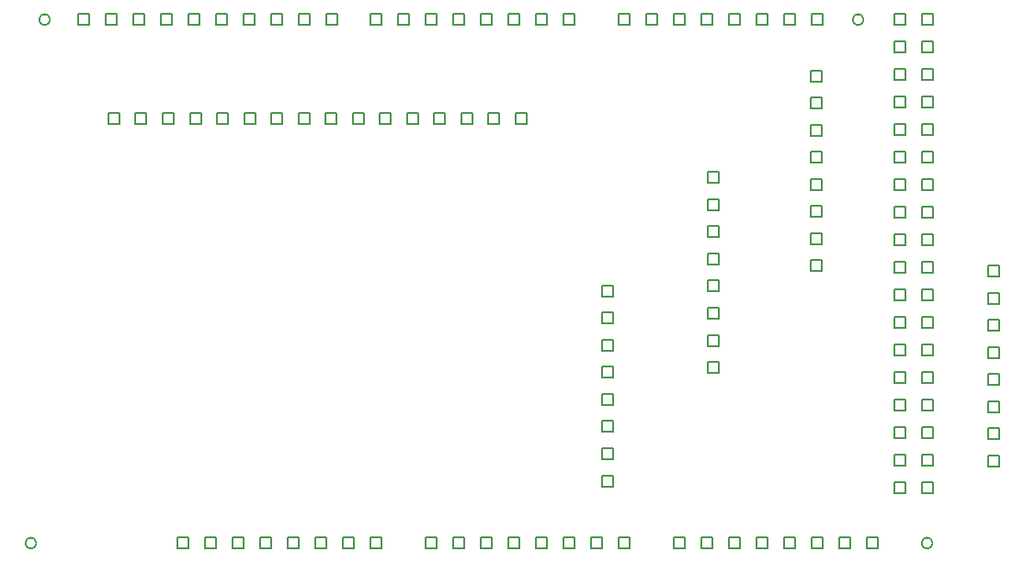
<source format=gbr>
%TF.GenerationSoftware,Altium Limited,Altium Designer,21.3.2 (30)*%
G04 Layer_Color=2752767*
%FSLAX45Y45*%
%MOMM*%
%TF.SameCoordinates,699C74A5-B4CE-432A-A201-728FBB0A9CBA*%
%TF.FilePolarity,Positive*%
%TF.FileFunction,Drawing*%
%TF.Part,Single*%
G01*
G75*
%TA.AperFunction,NonConductor*%
%ADD31C,0.12700*%
%ADD32C,0.16933*%
D31*
X3100900Y360700D02*
Y462300D01*
X3202500D01*
Y360700D01*
X3100900D01*
X3608900D02*
Y462300D01*
X3710500D01*
Y360700D01*
X3608900D01*
X3862900D02*
Y462300D01*
X3964500D01*
Y360700D01*
X3862900D01*
X4116900D02*
Y462300D01*
X4218500D01*
Y360700D01*
X4116900D01*
X4370900D02*
Y462300D01*
X4472500D01*
Y360700D01*
X4370900D01*
X4624900D02*
Y462300D01*
X4726500D01*
Y360700D01*
X4624900D01*
X4878900D02*
Y462300D01*
X4980500D01*
Y360700D01*
X4878900D01*
X5386900D02*
Y462300D01*
X5488500D01*
Y360700D01*
X5386900D01*
X5640900D02*
Y462300D01*
X5742500D01*
Y360700D01*
X5640900D01*
X5894900D02*
Y462300D01*
X5996500D01*
Y360700D01*
X5894900D01*
X6148900D02*
Y462300D01*
X6250500D01*
Y360700D01*
X6148900D01*
X6402900D02*
Y462300D01*
X6504500D01*
Y360700D01*
X6402900D01*
X6656900D02*
Y462300D01*
X6758500D01*
Y360700D01*
X6656900D01*
X6910900D02*
Y462300D01*
X7012500D01*
Y360700D01*
X6910900D01*
X7164900D02*
Y462300D01*
X7266500D01*
Y360700D01*
X7164900D01*
X8434900D02*
Y462300D01*
X8536500D01*
Y360700D01*
X8434900D01*
X3354900D02*
Y462300D01*
X3456500D01*
Y360700D01*
X3354900D01*
X7672900D02*
Y462300D01*
X7774500D01*
Y360700D01*
X7672900D01*
X7926900D02*
Y462300D01*
X8028500D01*
Y360700D01*
X7926900D01*
X8180900D02*
Y462300D01*
X8282500D01*
Y360700D01*
X8180900D01*
X8688900D02*
Y462300D01*
X8790500D01*
Y360700D01*
X8688900D01*
X8942900D02*
Y462300D01*
X9044500D01*
Y360700D01*
X8942900D01*
X9196900D02*
Y462300D01*
X9298500D01*
Y360700D01*
X9196900D01*
X9450900D02*
Y462300D01*
X9552500D01*
Y360700D01*
X9450900D01*
X9704900Y5186700D02*
Y5288300D01*
X9806500D01*
Y5186700D01*
X9704900D01*
X9958900D02*
Y5288300D01*
X10060500D01*
Y5186700D01*
X9958900D01*
X9704900Y4932700D02*
Y5034300D01*
X9806500D01*
Y4932700D01*
X9704900D01*
X9958900D02*
Y5034300D01*
X10060500D01*
Y4932700D01*
X9958900D01*
X9704900Y4678700D02*
Y4780300D01*
X9806500D01*
Y4678700D01*
X9704900D01*
X9958900D02*
Y4780300D01*
X10060500D01*
Y4678700D01*
X9958900D01*
X9704900Y4424700D02*
Y4526300D01*
X9806500D01*
Y4424700D01*
X9704900D01*
X9958900D02*
Y4526300D01*
X10060500D01*
Y4424700D01*
X9958900D01*
X9704900Y4170700D02*
Y4272300D01*
X9806500D01*
Y4170700D01*
X9704900D01*
X9958900D02*
Y4272300D01*
X10060500D01*
Y4170700D01*
X9958900D01*
X9704900Y3916700D02*
Y4018300D01*
X9806500D01*
Y3916700D01*
X9704900D01*
X9958900D02*
Y4018300D01*
X10060500D01*
Y3916700D01*
X9958900D01*
X9704900Y3662700D02*
Y3764300D01*
X9806500D01*
Y3662700D01*
X9704900D01*
X9958900D02*
Y3764300D01*
X10060500D01*
Y3662700D01*
X9958900D01*
X9704900Y3408700D02*
Y3510300D01*
X9806500D01*
Y3408700D01*
X9704900D01*
X9958900D02*
Y3510300D01*
X10060500D01*
Y3408700D01*
X9958900D01*
X9704900Y3154700D02*
Y3256300D01*
X9806500D01*
Y3154700D01*
X9704900D01*
X9958900D02*
Y3256300D01*
X10060500D01*
Y3154700D01*
X9958900D01*
X9704900Y2900700D02*
Y3002300D01*
X9806500D01*
Y2900700D01*
X9704900D01*
X9958900D02*
Y3002300D01*
X10060500D01*
Y2900700D01*
X9958900D01*
X9704900Y2646700D02*
Y2748300D01*
X9806500D01*
Y2646700D01*
X9704900D01*
X9958900D02*
Y2748300D01*
X10060500D01*
Y2646700D01*
X9958900D01*
X9704900Y2392700D02*
Y2494300D01*
X9806500D01*
Y2392700D01*
X9704900D01*
X9958900D02*
Y2494300D01*
X10060500D01*
Y2392700D01*
X9958900D01*
X9704900Y2138700D02*
Y2240300D01*
X9806500D01*
Y2138700D01*
X9704900D01*
X9958900D02*
Y2240300D01*
X10060500D01*
Y2138700D01*
X9958900D01*
X9704900Y1884700D02*
Y1986300D01*
X9806500D01*
Y1884700D01*
X9704900D01*
X9958900D02*
Y1986300D01*
X10060500D01*
Y1884700D01*
X9958900D01*
X9704900Y1630700D02*
Y1732300D01*
X9806500D01*
Y1630700D01*
X9704900D01*
X9958900D02*
Y1732300D01*
X10060500D01*
Y1630700D01*
X9958900D01*
X9704900Y1376700D02*
Y1478300D01*
X9806500D01*
Y1376700D01*
X9704900D01*
X9958900D02*
Y1478300D01*
X10060500D01*
Y1376700D01*
X9958900D01*
X9704900Y1122700D02*
Y1224300D01*
X9806500D01*
Y1122700D01*
X9704900D01*
Y868700D02*
Y970300D01*
X9806500D01*
Y868700D01*
X9704900D01*
X9958900D02*
Y970300D01*
X10060500D01*
Y868700D01*
X9958900D01*
X8942900Y5186700D02*
Y5288300D01*
X9044500D01*
Y5186700D01*
X8942900D01*
X8688900D02*
Y5288300D01*
X8790500D01*
Y5186700D01*
X8688900D01*
X8434900D02*
Y5288300D01*
X8536500D01*
Y5186700D01*
X8434900D01*
X8180900D02*
Y5288300D01*
X8282500D01*
Y5186700D01*
X8180900D01*
X7926900D02*
Y5288300D01*
X8028500D01*
Y5186700D01*
X7926900D01*
X7672900D02*
Y5288300D01*
X7774500D01*
Y5186700D01*
X7672900D01*
X7418900D02*
Y5288300D01*
X7520500D01*
Y5186700D01*
X7418900D01*
X7164900D02*
Y5288300D01*
X7266500D01*
Y5186700D01*
X7164900D01*
X6656900D02*
Y5288300D01*
X6758500D01*
Y5186700D01*
X6656900D01*
X6402900D02*
Y5288300D01*
X6504500D01*
Y5186700D01*
X6402900D01*
X6148900D02*
Y5288300D01*
X6250500D01*
Y5186700D01*
X6148900D01*
X5894900D02*
Y5288300D01*
X5996500D01*
Y5186700D01*
X5894900D01*
X5640900D02*
Y5288300D01*
X5742500D01*
Y5186700D01*
X5640900D01*
X5386900D02*
Y5288300D01*
X5488500D01*
Y5186700D01*
X5386900D01*
X5132900D02*
Y5288300D01*
X5234500D01*
Y5186700D01*
X5132900D01*
X4878900D02*
Y5288300D01*
X4980500D01*
Y5186700D01*
X4878900D01*
X4472500D02*
Y5288300D01*
X4574100D01*
Y5186700D01*
X4472500D01*
X4218500D02*
Y5288300D01*
X4320100D01*
Y5186700D01*
X4218500D01*
X3964500D02*
Y5288300D01*
X4066100D01*
Y5186700D01*
X3964500D01*
X3710500D02*
Y5288300D01*
X3812100D01*
Y5186700D01*
X3710500D01*
X3456500D02*
Y5288300D01*
X3558100D01*
Y5186700D01*
X3456500D01*
X3202500D02*
Y5288300D01*
X3304100D01*
Y5186700D01*
X3202500D01*
X2948500D02*
Y5288300D01*
X3050100D01*
Y5186700D01*
X2948500D01*
X2694500D02*
Y5288300D01*
X2796100D01*
Y5186700D01*
X2694500D01*
X2440500D02*
Y5288300D01*
X2542100D01*
Y5186700D01*
X2440500D01*
X2186500D02*
Y5288300D01*
X2288100D01*
Y5186700D01*
X2186500D01*
X9958900Y1122700D02*
Y1224300D01*
X10060500D01*
Y1122700D01*
X9958900D01*
X10569200Y2869200D02*
Y2970800D01*
X10670800D01*
Y2869200D01*
X10569200D01*
Y2619200D02*
Y2720800D01*
X10670800D01*
Y2619200D01*
X10569200D01*
Y2369200D02*
Y2470800D01*
X10670800D01*
Y2369200D01*
X10569200D01*
Y2119200D02*
Y2220800D01*
X10670800D01*
Y2119200D01*
X10569200D01*
Y1869200D02*
Y1970800D01*
X10670800D01*
Y1869200D01*
X10569200D01*
Y1619200D02*
Y1720800D01*
X10670800D01*
Y1619200D01*
X10569200D01*
Y1369200D02*
Y1470800D01*
X10670800D01*
Y1369200D01*
X10569200D01*
Y1119200D02*
Y1220800D01*
X10670800D01*
Y1119200D01*
X10569200D01*
X7012500Y935500D02*
Y1037100D01*
X7114100D01*
Y935500D01*
X7012500D01*
Y1185500D02*
Y1287100D01*
X7114100D01*
Y1185500D01*
X7012500D01*
Y1435500D02*
Y1537100D01*
X7114100D01*
Y1435500D01*
X7012500D01*
Y1685500D02*
Y1787100D01*
X7114100D01*
Y1685500D01*
X7012500D01*
Y1935500D02*
Y2037100D01*
X7114100D01*
Y1935500D01*
X7012500D01*
Y2185500D02*
Y2287100D01*
X7114100D01*
Y2185500D01*
X7012500D01*
Y2435500D02*
Y2537100D01*
X7114100D01*
Y2435500D01*
X7012500D01*
Y2685500D02*
Y2787100D01*
X7114100D01*
Y2685500D01*
X7012500D01*
X7990400Y1980900D02*
Y2082500D01*
X8092000D01*
Y1980900D01*
X7990400D01*
Y2230900D02*
Y2332500D01*
X8092000D01*
Y2230900D01*
X7990400D01*
Y2480900D02*
Y2582500D01*
X8092000D01*
Y2480900D01*
X7990400D01*
Y2730900D02*
Y2832500D01*
X8092000D01*
Y2730900D01*
X7990400D01*
Y2980900D02*
Y3082500D01*
X8092000D01*
Y2980900D01*
X7990400D01*
Y3230900D02*
Y3332500D01*
X8092000D01*
Y3230900D01*
X7990400D01*
Y3480900D02*
Y3582500D01*
X8092000D01*
Y3480900D01*
X7990400D01*
Y3730900D02*
Y3832500D01*
X8092000D01*
Y3730900D01*
X7990400D01*
X6219200Y4279200D02*
Y4380800D01*
X6320800D01*
Y4279200D01*
X6219200D01*
X5969200D02*
Y4380800D01*
X6070800D01*
Y4279200D01*
X5969200D01*
X5719200D02*
Y4380800D01*
X5820800D01*
Y4279200D01*
X5719200D01*
X5469200D02*
Y4380800D01*
X5570800D01*
Y4279200D01*
X5469200D01*
X5219200D02*
Y4380800D01*
X5320800D01*
Y4279200D01*
X5219200D01*
X4969200D02*
Y4380800D01*
X5070800D01*
Y4279200D01*
X4969200D01*
X4719200D02*
Y4380800D01*
X4820800D01*
Y4279200D01*
X4719200D01*
X4469200D02*
Y4380800D01*
X4570800D01*
Y4279200D01*
X4469200D01*
X4219200D02*
Y4380800D01*
X4320800D01*
Y4279200D01*
X4219200D01*
X3969200D02*
Y4380800D01*
X4070800D01*
Y4279200D01*
X3969200D01*
X3719200D02*
Y4380800D01*
X3820800D01*
Y4279200D01*
X3719200D01*
X3469200D02*
Y4380800D01*
X3570800D01*
Y4279200D01*
X3469200D01*
X3219200D02*
Y4380800D01*
X3320800D01*
Y4279200D01*
X3219200D01*
X2969200D02*
Y4380800D01*
X3070800D01*
Y4279200D01*
X2969200D01*
X2719200D02*
Y4380800D01*
X2820800D01*
Y4279200D01*
X2719200D01*
X2469200D02*
Y4380800D01*
X2570800D01*
Y4279200D01*
X2469200D01*
X8939200Y2919200D02*
Y3020800D01*
X9040800D01*
Y2919200D01*
X8939200D01*
Y3169200D02*
Y3270800D01*
X9040800D01*
Y3169200D01*
X8939200D01*
Y3419200D02*
Y3520800D01*
X9040800D01*
Y3419200D01*
X8939200D01*
Y3669200D02*
Y3770800D01*
X9040800D01*
Y3669200D01*
X8939200D01*
Y3919200D02*
Y4020800D01*
X9040800D01*
Y3919200D01*
X8939200D01*
Y4169200D02*
Y4270800D01*
X9040800D01*
Y4169200D01*
X8939200D01*
Y4419200D02*
Y4520800D01*
X9040800D01*
Y4419200D01*
X8939200D01*
Y4669200D02*
Y4770800D01*
X9040800D01*
Y4669200D01*
X8939200D01*
D32*
X10060500Y411500D02*
G03*
X10060500Y411500I-50800J0D01*
G01*
X9425500Y5237500D02*
G03*
X9425500Y5237500I-50800J0D01*
G01*
X1932500D02*
G03*
X1932500Y5237500I-50800J0D01*
G01*
X1805500Y411500D02*
G03*
X1805500Y411500I-50800J0D01*
G01*
%TF.MD5,cda818d965778df36561d0b4a2c4fcbd*%
M02*

</source>
